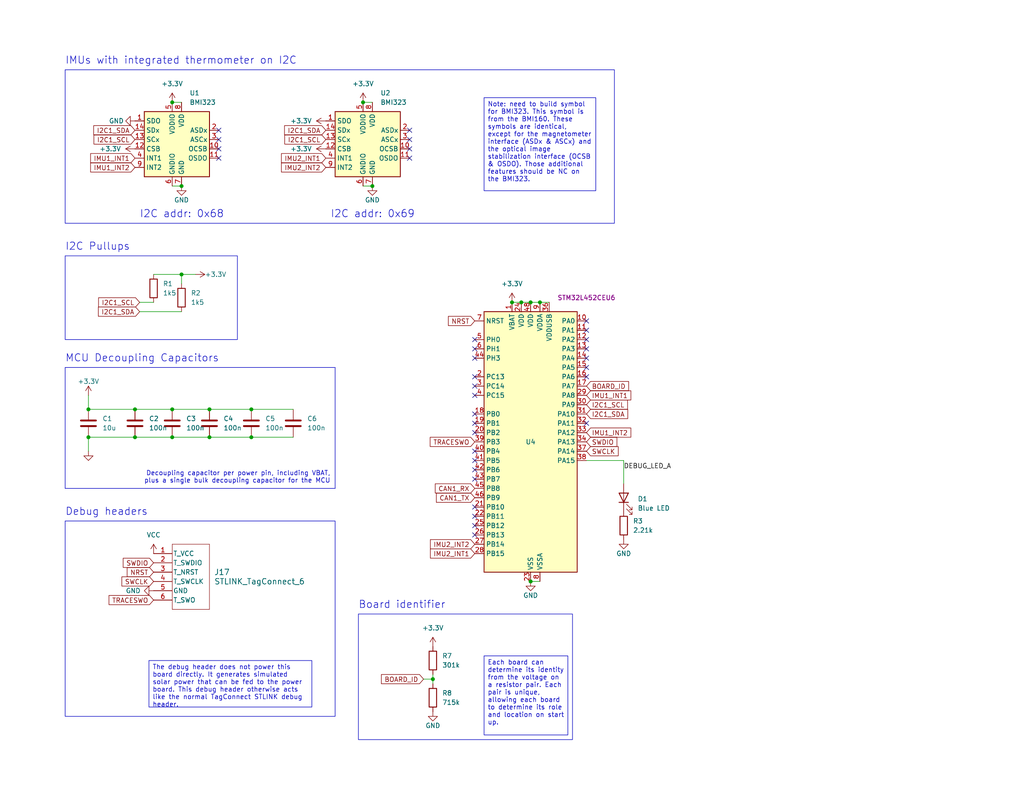
<source format=kicad_sch>
(kicad_sch (version 20230121) (generator eeschema)
  (paper "USLetter")
  (lib_symbols
    (symbol "Device:LED" (pin_numbers hide) (pin_names (offset 1.016) hide)
      (property "Reference" "D" (at 0 2.54 0))
      (property "Value" "LED" (at 0 -2.54 0))
      (symbol "LED_0_1"
        (polyline (pts (xy -1.27 -1.27) (xy -1.27 1.27)) (stroke (width 0.254)))
        (polyline (pts (xy -1.27 0) (xy 1.27 0)))
        (polyline (pts (xy 1.27 -1.27) (xy 1.27 1.27) (xy -1.27 0) (xy 1.27 -1.27)) (stroke (width 0.254)))
        (polyline (pts (xy -3.048 -0.762) (xy -4.572 -2.286) (xy -3.81 -2.286) (xy -4.572 -2.286) (xy -4.572 -1.524)))
        (polyline (pts (xy -1.778 -0.762) (xy -3.302 -2.286) (xy -2.54 -2.286) (xy -3.302 -2.286) (xy -3.302 -1.524)))
      )
      (symbol "LED_1_1"
        (pin passive line (at -3.81 0 0) (length 2.54) (name "K") (number "1"))
        (pin passive line (at 3.81 0 180) (length 2.54) (name "A") (number "2"))
      )
    )
    (symbol "Device:R" (pin_numbers hide) (pin_names (offset 0))
      (property "Reference" "R" (at 2.032 0 90))
      (property "Value" "R" (at 0 0 90))
      (symbol "R_0_1"
        (rectangle (start -1.016 -2.54) (end 1.016 2.54) (stroke (width 0.254)))
      )
      (symbol "R_1_1"
        (pin passive line (at 0 3.81 270) (length 1.27) (name "~") (number "1"))
        (pin passive line (at 0 -3.81 90) (length 1.27) (name "~") (number "2"))
      )
    )
    (symbol "MCU_ST_STM32L4:STM32L452CEUx"
      (property "Reference" "U" (at -12.7 36.83 0))
      (property "Value" "STM32L452CEUx" (at 7.62 36.83 0))
      (symbol "STM32L452CEUx_0_1"
        (rectangle (start -12.7 -35.56) (end 12.7 35.56) (stroke (width 0.254)) (fill (type background)))
      )
      (symbol "STM32L452CEUx_1_1"
        (pin power_in line (at -5.08 38.1 270) (length 2.54) (name "VBAT") (number "1"))
        (pin bidirectional line (at 15.24 33.02 180) (length 2.54) (name "PA0") (number "10"))
        (pin bidirectional line (at 15.24 30.48 180) (length 2.54) (name "PA1") (number "11"))
        (pin bidirectional line (at 15.24 27.94 180) (length 2.54) (name "PA2") (number "12"))
        (pin bidirectional line (at 15.24 25.4 180) (length 2.54) (name "PA3") (number "13"))
        (pin bidirectional line (at 15.24 22.86 180) (length 2.54) (name "PA4") (number "14"))
        (pin bidirectional line (at 15.24 20.32 180) (length 2.54) (name "PA5") (number "15"))
        (pin bidirectional line (at 15.24 17.78 180) (length 2.54) (name "PA6") (number "16"))
        (pin bidirectional line (at 15.24 15.24 180) (length 2.54) (name "PA7") (number "17"))
        (pin bidirectional line (at -15.24 7.62 0) (length 2.54) (name "PB0") (number "18"))
        (pin bidirectional line (at -15.24 5.08 0) (length 2.54) (name "PB1") (number "19"))
        (pin bidirectional line (at -15.24 17.78 0) (length 2.54) (name "PC13") (number "2"))
        (pin bidirectional line (at -15.24 2.54 0) (length 2.54) (name "PB2") (number "20"))
        (pin bidirectional line (at -15.24 -17.78 0) (length 2.54) (name "PB10") (number "21"))
        (pin bidirectional line (at -15.24 -20.32 0) (length 2.54) (name "PB11") (number "22"))
        (pin power_in line (at 0 -38.1 90) (length 2.54) (name "VSS") (number "23"))
        (pin power_in line (at -2.54 38.1 270) (length 2.54) (name "VDD") (number "24"))
        (pin bidirectional line (at -15.24 -22.86 0) (length 2.54) (name "PB12") (number "25"))
        (pin bidirectional line (at -15.24 -25.4 0) (length 2.54) (name "PB13") (number "26"))
        (pin bidirectional line (at -15.24 -27.94 0) (length 2.54) (name "PB14") (number "27"))
        (pin bidirectional line (at -15.24 -30.48 0) (length 2.54) (name "PB15") (number "28"))
        (pin bidirectional line (at 15.24 12.7 180) (length 2.54) (name "PA8") (number "29"))
        (pin bidirectional line (at -15.24 15.24 0) (length 2.54) (name "PC14") (number "3"))
        (pin bidirectional line (at 15.24 10.16 180) (length 2.54) (name "PA9") (number "30"))
        (pin bidirectional line (at 15.24 7.62 180) (length 2.54) (name "PA10") (number "31"))
        (pin bidirectional line (at 15.24 5.08 180) (length 2.54) (name "PA11") (number "32"))
        (pin bidirectional line (at 15.24 2.54 180) (length 2.54) (name "PA12") (number "33"))
        (pin bidirectional line (at 15.24 0 180) (length 2.54) (name "PA13") (number "34"))
        (pin passive line (at 0 -38.1 90) (length 2.54) hide (name "VSS") (number "35"))
        (pin power_in line (at 5.08 38.1 270) (length 2.54) (name "VDDUSB") (number "36"))
        (pin bidirectional line (at 15.24 -2.54 180) (length 2.54) (name "PA14") (number "37"))
        (pin bidirectional line (at 15.24 -5.08 180) (length 2.54) (name "PA15") (number "38"))
        (pin bidirectional line (at -15.24 0 0) (length 2.54) (name "PB3") (number "39"))
        (pin bidirectional line (at -15.24 12.7 0) (length 2.54) (name "PC15") (number "4"))
        (pin bidirectional line (at -15.24 -2.54 0) (length 2.54) (name "PB4") (number "40"))
        (pin bidirectional line (at -15.24 -5.08 0) (length 2.54) (name "PB5") (number "41"))
        (pin bidirectional line (at -15.24 -7.62 0) (length 2.54) (name "PB6") (number "42"))
        (pin bidirectional line (at -15.24 -10.16 0) (length 2.54) (name "PB7") (number "43"))
        (pin bidirectional line (at -15.24 22.86 0) (length 2.54) (name "PH3") (number "44"))
        (pin bidirectional line (at -15.24 -12.7 0) (length 2.54) (name "PB8") (number "45"))
        (pin bidirectional line (at -15.24 -15.24 0) (length 2.54) (name "PB9") (number "46"))
        (pin passive line (at 0 -38.1 90) (length 2.54) hide (name "VSS") (number "47"))
        (pin power_in line (at 0 38.1 270) (length 2.54) (name "VDD") (number "48"))
        (pin passive line (at 0 -38.1 90) (length 2.54) hide (name "VSS") (number "49"))
        (pin bidirectional line (at -15.24 27.94 0) (length 2.54) (name "PH0") (number "5"))
        (pin bidirectional line (at -15.24 25.4 0) (length 2.54) (name "PH1") (number "6"))
        (pin input line (at -15.24 33.02 0) (length 2.54) (name "NRST") (number "7"))
        (pin power_in line (at 2.54 -38.1 90) (length 2.54) (name "VSSA") (number "8"))
        (pin power_in line (at 2.54 38.1 270) (length 2.54) (name "VDDA") (number "9"))
      )
    )
    (symbol "Sensor_Motion:BMI160"
      (property "Reference" "U" (at -10.16 8.89 0))
      (property "Value" "BMI160" (at 7.62 8.89 0))
      (symbol "BMI160_1_1"
        (rectangle (start -10.16 7.62) (end 7.62 -10.16) (stroke (width 0.254)) (fill (type background)))
        (pin bidirectional line (at -12.7 5.08 0) (length 2.54) (name "SDO") (number "1"))
        (pin bidirectional line (at 10.16 -2.54 180) (length 2.54) (name "OCSB") (number "10"))
        (pin bidirectional line (at 10.16 -5.08 180) (length 2.54) (name "OSDO") (number "11"))
        (pin input line (at -12.7 -2.54 0) (length 2.54) (name "CSB") (number "12"))
        (pin input line (at -12.7 0 0) (length 2.54) (name "SCx") (number "13"))
        (pin bidirectional line (at -12.7 2.54 0) (length 2.54) (name "SDx") (number "14"))
        (pin bidirectional line (at 10.16 2.54 180) (length 2.54) (name "ASDx") (number "2"))
        (pin output line (at 10.16 0 180) (length 2.54) (name "ASCx") (number "3"))
        (pin bidirectional line (at -12.7 -5.08 0) (length 2.54) (name "INT1") (number "4"))
        (pin power_in line (at -2.54 10.16 270) (length 2.54) (name "VDDIO") (number "5"))
        (pin power_in line (at -2.54 -12.7 90) (length 2.54) (name "GNDIO") (number "6"))
        (pin power_in line (at 0 -12.7 90) (length 2.54) (name "GND") (number "7"))
        (pin power_in line (at 0 10.16 270) (length 2.54) (name "VDD") (number "8"))
        (pin bidirectional line (at -12.7 -7.62 0) (length 2.54) (name "INT2") (number "9"))
      )
    )
    (symbol "TVSC:Large_Decoupling_Capacitor" (pin_numbers hide) (pin_names (offset 0.254))
      (property "Reference" "C" (at 0.635 2.54 0))
      (property "Value" "10u" (at 0.635 -2.54 0))
      (symbol "Large_Decoupling_Capacitor_0_1"
        (polyline (pts (xy -2.032 -0.762) (xy 2.032 -0.762)) (stroke (width 0.508)))
        (polyline (pts (xy -2.032 0.762) (xy 2.032 0.762)) (stroke (width 0.508)))
      )
      (symbol "Large_Decoupling_Capacitor_1_1"
        (pin passive line (at 0 3.81 270) (length 2.794) (name "~") (number "1"))
        (pin passive line (at 0 -3.81 90) (length 2.794) (name "~") (number "2"))
      )
    )
    (symbol "TVSC:STLINK_TagConnect_6" (pin_names (offset 0.254)) (in_bom no)
      (property "Reference" "J" (at 0 6.35 0))
      (property "Value" "STLINK_TagConnect_6" (at 0 -15.24 0))
      (symbol "STLINK_TagConnect_6_1_1"
        (polyline (pts (xy -5.08 -12.7) (xy 5.08 -12.7)) (stroke (width 0.127)))
        (polyline (pts (xy -5.08 5.08) (xy -5.08 -12.7)) (stroke (width 0.127)))
        (polyline (pts (xy 5.08 -12.7) (xy 5.08 5.08)) (stroke (width 0.127)))
        (polyline (pts (xy 5.08 5.08) (xy -5.08 5.08)) (stroke (width 0.127)))
        (pin power_out line (at -10.16 2.54 0) (length 5.08) (name "T_VCC") (number "1"))
        (pin bidirectional line (at -10.16 0 0) (length 5.08) (name "T_SWDIO") (number "2"))
        (pin output line (at -10.16 -2.54 0) (length 5.08) (name "T_NRST") (number "3"))
        (pin input line (at -10.16 -5.08 0) (length 5.08) (name "T_SWCLK") (number "4"))
        (pin power_out line (at -10.16 -7.62 0) (length 5.08) (name "GND") (number "5"))
        (pin output line (at -10.16 -10.16 0) (length 5.08) (name "T_SWO") (number "6"))
      )
      (symbol "STLINK_TagConnect_6_1_2"
        (polyline (pts (xy 5.08 -20.32) (xy 12.7 -20.32)) (stroke (width 0.127)))
        (polyline (pts (xy 5.08 2.54) (xy 5.08 -20.32)) (stroke (width 0.127)))
        (polyline (pts (xy 7.62 -17.78) (xy 5.08 -17.78)) (stroke (width 0.127)))
        (polyline (pts (xy 7.62 -17.78) (xy 8.89 -18.6267)) (stroke (width 0.127)))
        (polyline (pts (xy 7.62 -17.78) (xy 8.89 -16.9333)) (stroke (width 0.127)))
        (polyline (pts (xy 7.62 -15.24) (xy 5.08 -15.24)) (stroke (width 0.127)))
        (polyline (pts (xy 7.62 -15.24) (xy 8.89 -16.0867)) (stroke (width 0.127)))
        (polyline (pts (xy 7.62 -15.24) (xy 8.89 -14.3933)) (stroke (width 0.127)))
        (polyline (pts (xy 7.62 -12.7) (xy 5.08 -12.7)) (stroke (width 0.127)))
        (polyline (pts (xy 7.62 -12.7) (xy 8.89 -13.5467)) (stroke (width 0.127)))
        (polyline (pts (xy 7.62 -12.7) (xy 8.89 -11.8533)) (stroke (width 0.127)))
        (polyline (pts (xy 7.62 -10.16) (xy 5.08 -10.16)) (stroke (width 0.127)))
        (polyline (pts (xy 7.62 -10.16) (xy 8.89 -11.0067)) (stroke (width 0.127)))
        (polyline (pts (xy 7.62 -10.16) (xy 8.89 -9.3133)) (stroke (width 0.127)))
        (polyline (pts (xy 7.62 -7.62) (xy 5.08 -7.62)) (stroke (width 0.127)))
        (polyline (pts (xy 7.62 -7.62) (xy 8.89 -8.4667)) (stroke (width 0.127)))
        (polyline (pts (xy 7.62 -7.62) (xy 8.89 -6.7733)) (stroke (width 0.127)))
        (polyline (pts (xy 7.62 -5.08) (xy 5.08 -5.08)) (stroke (width 0.127)))
        (polyline (pts (xy 7.62 -5.08) (xy 8.89 -5.9267)) (stroke (width 0.127)))
        (polyline (pts (xy 7.62 -5.08) (xy 8.89 -4.2333)) (stroke (width 0.127)))
        (polyline (pts (xy 7.62 -2.54) (xy 5.08 -2.54)) (stroke (width 0.127)))
        (polyline (pts (xy 7.62 -2.54) (xy 8.89 -3.3867)) (stroke (width 0.127)))
        (polyline (pts (xy 7.62 -2.54) (xy 8.89 -1.6933)) (stroke (width 0.127)))
        (polyline (pts (xy 7.62 0) (xy 5.08 0)) (stroke (width 0.127)))
        (polyline (pts (xy 7.62 0) (xy 8.89 -0.8467)) (stroke (width 0.127)))
        (polyline (pts (xy 7.62 0) (xy 8.89 0.8467)) (stroke (width 0.127)))
        (polyline (pts (xy 12.7 -20.32) (xy 12.7 2.54)) (stroke (width 0.127)))
        (polyline (pts (xy 12.7 2.54) (xy 5.08 2.54)) (stroke (width 0.127)))
        (pin unspecified line (at 0 0 0) (length 5.08) (name "1") (number "1"))
        (pin unspecified line (at 0 -2.54 0) (length 5.08) (name "2") (number "2"))
        (pin unspecified line (at 0 -5.08 0) (length 5.08) (name "3") (number "3"))
        (pin unspecified line (at 0 -7.62 0) (length 5.08) (name "4") (number "4"))
        (pin unspecified line (at 0 -10.16 0) (length 5.08) (name "5") (number "5"))
        (pin unspecified line (at 0 -12.7 0) (length 5.08) (name "6") (number "6"))
        (pin unspecified line (at 0 -15.24 0) (length 5.08) (name "7") (number "7"))
        (pin unspecified line (at 0 -17.78 0) (length 5.08) (name "8") (number "8"))
      )
    )
    (symbol "TVSC:Small_Decoupling_Capacitor" (pin_numbers hide) (pin_names (offset 0.254))
      (property "Reference" "C" (at 0.635 2.54 0))
      (property "Value" "100n" (at 0.635 -2.54 0))
      (symbol "Small_Decoupling_Capacitor_0_1"
        (polyline (pts (xy -2.032 -0.762) (xy 2.032 -0.762)) (stroke (width 0.508)))
        (polyline (pts (xy -2.032 0.762) (xy 2.032 0.762)) (stroke (width 0.508)))
      )
      (symbol "Small_Decoupling_Capacitor_1_1"
        (pin passive line (at 0 3.81 270) (length 2.794) (name "~") (number "1"))
        (pin passive line (at 0 -3.81 90) (length 2.794) (name "~") (number "2"))
      )
    )
    (symbol "power:+3.3V" (power) (pin_names (offset 0))
      (property "Value" "+3.3V" (at 0 3.556 0))
      (symbol "+3.3V_0_1"
        (polyline (pts (xy -0.762 1.27) (xy 0 2.54)))
        (polyline (pts (xy 0 0) (xy 0 2.54)))
        (polyline (pts (xy 0 2.54) (xy 0.762 1.27)))
      )
      (symbol "+3.3V_1_1"
        (pin power_in line (at 0 0 90) (length 0) hide (name "+3.3V") (number "1"))
      )
    )
    (symbol "power:GND" (power) (pin_names (offset 0))
      (property "Value" "GND" (at 0 -3.81 0))
      (symbol "GND_0_1"
        (polyline (pts (xy 0 0) (xy 0 -1.27) (xy 1.27 -1.27) (xy 0 -2.54) (xy -1.27 -1.27) (xy 0 -1.27)))
      )
      (symbol "GND_1_1"
        (pin power_in line (at 0 0 270) (length 0) hide (name "GND") (number "1"))
      )
    )
    (symbol "power:VCC" (power) (pin_names (offset 0))
      (property "Value" "VCC" (at 0 3.81 0))
      (symbol "VCC_0_1"
        (polyline (pts (xy -0.762 1.27) (xy 0 2.54)))
        (polyline (pts (xy 0 0) (xy 0 2.54)))
        (polyline (pts (xy 0 2.54) (xy 0.762 1.27)))
      )
      (symbol "VCC_1_1"
        (pin power_in line (at 0 0 90) (length 0) hide (name "VCC") (number "1"))
      )
    )
  )
  (junction (at 24.13 111.76))
  (junction (at 99.06 27.94))
  (junction (at 46.99 111.76))
  (junction (at 57.15 111.76))
  (junction (at 101.6 50.8))
  (junction (at 144.78 82.55))
  (junction (at 46.99 119.38))
  (junction (at 68.58 111.76))
  (junction (at 46.99 27.94))
  (junction (at 147.32 82.55))
  (junction (at 36.83 119.38))
  (junction (at 57.15 119.38))
  (junction (at 24.13 119.38))
  (junction (at 68.58 119.38))
  (junction (at 144.78 158.75))
  (junction (at 139.7 82.55))
  (junction (at 49.53 74.93))
  (junction (at 142.24 82.55))
  (junction (at 118.11 185.42))
  (junction (at 49.53 50.8))
  (junction (at 36.83 111.76))
  (no_connect (at 160.02 97.79))
  (no_connect (at 160.02 102.87))
  (no_connect (at 129.54 102.87))
  (no_connect (at 129.54 97.79))
  (no_connect (at 111.76 43.18))
  (no_connect (at 160.02 90.17))
  (no_connect (at 129.54 125.73))
  (no_connect (at 129.54 105.41))
  (no_connect (at 129.54 123.19))
  (no_connect (at 59.69 43.18))
  (no_connect (at 129.54 118.11))
  (no_connect (at 111.76 38.1))
  (no_connect (at 129.54 143.51))
  (no_connect (at 59.69 40.64))
  (no_connect (at 59.69 35.56))
  (no_connect (at 129.54 113.03))
  (no_connect (at 129.54 107.95))
  (no_connect (at 129.54 95.25))
  (no_connect (at 111.76 40.64))
  (no_connect (at 160.02 100.33))
  (no_connect (at 129.54 115.57))
  (no_connect (at 59.69 38.1))
  (no_connect (at 129.54 146.05))
  (no_connect (at 111.76 35.56))
  (no_connect (at 160.02 87.63))
  (no_connect (at 160.02 92.71))
  (no_connect (at 160.02 115.57))
  (no_connect (at 129.54 92.71))
  (no_connect (at 160.02 95.25))
  (no_connect (at 129.54 130.81))
  (no_connect (at 129.54 128.27))
  (no_connect (at 129.54 138.43))
  (no_connect (at 129.54 140.97))
  (wire (pts (xy 170.18 125.73) (xy 160.02 125.73)))
  (polyline (pts (xy 91.44 100.33) (xy 91.44 133.35)))
  (wire (pts (xy 115.57 185.42) (xy 118.11 185.42)))
  (wire (pts (xy 57.15 119.38) (xy 68.58 119.38)))
  (wire (pts (xy 57.15 111.76) (xy 68.58 111.76)))
  (wire (pts (xy 142.24 82.55) (xy 144.78 82.55)))
  (wire (pts (xy 38.1 82.55) (xy 41.91 82.55)))
  (wire (pts (xy 46.99 27.94) (xy 49.53 27.94)))
  (wire (pts (xy 147.32 82.55) (xy 149.86 82.55)))
  (wire (pts (xy 36.83 119.38) (xy 46.99 119.38)))
  (wire (pts (xy 170.18 132.08) (xy 170.18 125.73)))
  (polyline (pts (xy 17.78 100.33) (xy 17.78 133.35)))
  (wire (pts (xy 99.06 27.94) (xy 101.6 27.94)))
  (wire (pts (xy 24.13 119.38) (xy 24.13 123.19)))
  (wire (pts (xy 118.11 184.15) (xy 118.11 185.42)))
  (wire (pts (xy 38.1 85.09) (xy 49.53 85.09)))
  (wire (pts (xy 24.13 111.76) (xy 36.83 111.76)))
  (wire (pts (xy 46.99 50.8) (xy 49.53 50.8)))
  (wire (pts (xy 99.06 50.8) (xy 101.6 50.8)))
  (polyline (pts (xy 17.78 100.33) (xy 91.44 100.33)))
  (wire (pts (xy 68.58 111.76) (xy 80.01 111.76)))
  (polyline (pts (xy 91.44 133.35) (xy 17.78 133.35)))
  (wire (pts (xy 41.91 74.93) (xy 49.53 74.93)))
  (wire (pts (xy 49.53 74.93) (xy 49.53 77.47)))
  (wire (pts (xy 144.78 158.75) (xy 147.32 158.75)))
  (wire (pts (xy 36.83 111.76) (xy 46.99 111.76)))
  (wire (pts (xy 24.13 107.95) (xy 24.13 111.76)))
  (wire (pts (xy 118.11 185.42) (xy 118.11 186.69)))
  (wire (pts (xy 139.7 82.55) (xy 142.24 82.55)))
  (wire (pts (xy 49.53 74.93) (xy 53.34 74.93)))
  (wire (pts (xy 24.13 119.38) (xy 36.83 119.38)))
  (wire (pts (xy 68.58 119.38) (xy 80.01 119.38)))
  (wire (pts (xy 46.99 111.76) (xy 57.15 111.76)))
  (wire (pts (xy 46.99 119.38) (xy 57.15 119.38)))
  (wire (pts (xy 144.78 82.55) (xy 147.32 82.55)))
  (rectangle (start 17.78 142.24) (end 91.44 195.58))
  (rectangle (start 17.78 19.05) (end 167.64 60.96))
  (rectangle (start 17.78 69.85) (end 64.77 92.71))
  (rectangle (start 97.79 167.64) (end 156.21 201.93))
  (text_box "The debug header does not power this board directly. It generates simulated solar power that can be fed to the power board. This debug header otherwise acts like the normal TagConnect STLINK debug header." (at 40.64 180.34 0) (size 44.45 12.7) (effects (font (size 1.27 1.27)) (justify left top)))
  (text_box "Each board can determine its identity from the voltage on a resistor pair. Each pair is unique, allowing each board to determine its role and location on start up." (at 132.08 179.07 0) (size 22.86 21.59) (effects (font (size 1.27 1.27)) (justify left top)))
  (text_box "Note: need to build symbol for BMI323. This symbol is from the BMI160. These symbols are identical, except for the magnetometer interface (ASDx & ASCx) and the optical image stabilization interface (OCSB & OSDO). Those additional features should be NC on the BMI323." (at 132.08 26.67 0) (size 30.48 25.4) (effects (font (size 1.27 1.27)) (justify left top)))
  (text "IMUs with integrated thermometer on I2C" (at 17.78 17.78 0) (effects (font (size 2 2)) (justify left bottom)))
  (text "Debug headers" (at 17.78 140.97 0) (effects (font (size 2 2)) (justify left bottom)))
  (text "MCU Decoupling Capacitors" (at 17.78 99.06 0) (effects (font (size 2 2)) (justify left bottom)))
  (text "Decoupling capacitor per power pin, including VBAT,\nplus a single bulk decoupling capacitor for the MCU" (at 90.17 132.08 0) (effects (font (size 1.25 1.25)) (justify right bottom)))
  (text "I2C addr: 0x68" (at 38.1 59.69 0) (effects (font (size 2 2)) (justify left bottom)))
  (text "Board identifier" (at 97.79 166.37 0) (effects (font (size 2 2)) (justify left bottom)))
  (text "I2C Pullups" (at 17.78 68.58 0) (effects (font (size 2 2)) (justify left bottom)))
  (text "I2C addr: 0x69" (at 90.17 59.69 0) (effects (font (size 2 2)) (justify left bottom)))
  (label "DEBUG_LED_A" (at 170.18 128.27 0))
  (global_label "SWCLK" (shape input) (at 41.91 158.75 180) (property "Intersheetrefs" "${INTERSHEET_REFS}" (effects hide)))
  (global_label "SWCLK" (shape input) (at 160.02 123.19 0) (property "Intersheetrefs" "${INTERSHEET_REFS}" (effects hide)))
  (global_label "BOARD_ID" (shape input) (at 160.02 105.41 0) (property "Intersheetrefs" "${INTERSHEET_REFS}" (effects hide)))
  (global_label "IMU1_INT1" (shape input) (at 160.02 107.95 0) (property "Intersheetrefs" "${INTERSHEET_REFS}" (effects hide)))
  (global_label "IMU1_INT2" (shape input) (at 36.83 45.72 180) (property "Intersheetrefs" "${INTERSHEET_REFS}" (effects hide)))
  (global_label "CAN1_TX" (shape input) (at 129.54 135.89 180) (property "Intersheetrefs" "${INTERSHEET_REFS}" (effects hide)))
  (global_label "I2C1_SDA" (shape input) (at 160.02 113.03 0) (property "Intersheetrefs" "${INTERSHEET_REFS}" (effects hide)))
  (global_label "I2C1_SDA" (shape input) (at 88.9 35.56 180) (property "Intersheetrefs" "${INTERSHEET_REFS}" (effects hide)))
  (global_label "I2C1_SCL" (shape input) (at 160.02 110.49 0) (property "Intersheetrefs" "${INTERSHEET_REFS}" (effects hide)))
  (global_label "SWDIO" (shape input) (at 41.91 153.67 180) (property "Intersheetrefs" "${INTERSHEET_REFS}" (effects hide)))
  (global_label "NRST" (shape input) (at 41.91 156.21 180) (property "Intersheetrefs" "${INTERSHEET_REFS}" (effects hide)))
  (global_label "IMU2_INT2" (shape input) (at 129.54 148.59 180) (property "Intersheetrefs" "${INTERSHEET_REFS}" (effects hide)))
  (global_label "IMU2_INT1" (shape input) (at 129.54 151.13 180) (property "Intersheetrefs" "${INTERSHEET_REFS}" (effects hide)))
  (global_label "TRACESWO" (shape input) (at 41.91 163.83 180) (property "Intersheetrefs" "${INTERSHEET_REFS}" (effects hide)))
  (global_label "I2C1_SDA" (shape input) (at 36.83 35.56 180) (property "Intersheetrefs" "${INTERSHEET_REFS}" (effects hide)))
  (global_label "I2C1_SCL" (shape input) (at 36.83 38.1 180) (property "Intersheetrefs" "${INTERSHEET_REFS}" (effects hide)))
  (global_label "IMU1_INT1" (shape input) (at 36.83 43.18 180) (property "Intersheetrefs" "${INTERSHEET_REFS}" (effects hide)))
  (global_label "BOARD_ID" (shape input) (at 115.57 185.42 180) (property "Intersheetrefs" "${INTERSHEET_REFS}" (effects hide)))
  (global_label "SWDIO" (shape input) (at 160.02 120.65 0) (property "Intersheetrefs" "${INTERSHEET_REFS}" (effects hide)))
  (global_label "IMU1_INT2" (shape input) (at 160.02 118.11 0) (property "Intersheetrefs" "${INTERSHEET_REFS}" (effects hide)))
  (global_label "IMU2_INT1" (shape input) (at 88.9 43.18 180) (property "Intersheetrefs" "${INTERSHEET_REFS}" (effects hide)))
  (global_label "I2C1_SDA" (shape input) (at 38.1 85.09 180) (property "Intersheetrefs" "${INTERSHEET_REFS}" (effects hide)))
  (global_label "I2C1_SCL" (shape input) (at 38.1 82.55 180) (property "Intersheetrefs" "${INTERSHEET_REFS}" (effects hide)))
  (global_label "NRST" (shape input) (at 129.54 87.63 180) (property "Intersheetrefs" "${INTERSHEET_REFS}" (effects hide)))
  (global_label "CAN1_RX" (shape input) (at 129.54 133.35 180) (property "Intersheetrefs" "${INTERSHEET_REFS}" (effects hide)))
  (global_label "IMU2_INT2" (shape input) (at 88.9 45.72 180) (property "Intersheetrefs" "${INTERSHEET_REFS}" (effects hide)))
  (global_label "I2C1_SCL" (shape input) (at 88.9 38.1 180) (property "Intersheetrefs" "${INTERSHEET_REFS}" (effects hide)))
  (global_label "TRACESWO" (shape input) (at 129.54 120.65 180) (property "Intersheetrefs" "${INTERSHEET_REFS}" (effects hide)))
  (symbol (lib_id "TVSC:STLINK_TagConnect_6") (at 52.07 153.67 0) (unit 1) (in_bom no)
    (property "Reference" "J17" (at 58.42 156.21 0) (effects (font (size 1.524 1.524)) (justify left)))
    (property "Value" "STLINK_TagConnect_6" (at 58.42 158.75 0) (effects (font (size 1.524 1.524)) (justify left)))
    (property "Footprint" "Connector:Tag-Connect_TC2030-IDC-NL_2x03_P1.27mm_Vertical" (effects hide))
    (property "Datasheet" "https://www.tag-connect.com/wp-content/uploads/bsk-pdf-manager/TC2030-CTX_1.pdf" (effects hide))
  )
  (symbol (lib_id "TVSC:Small_Decoupling_Capacitor") (at 80.01 115.57 0) (unit 1)
    (property "Reference" "C6" (at 83.82 114.3 0) (effects (justify left)))
    (property "Value" "100n" (at 83.82 116.84 0) (effects (justify left)))
    (property "Footprint" "footprints:Nondescript_C_0402_1005Metric" (effects hide))
    (property "Datasheet" "https://www.murata.com/en-us/products/productdetail?partno=GCM155R71H104KE02%23" (effects hide))
    (property "MPN" "C2649549" (effects hide))
    (property "Manufacturer" "Murata Electronics" (effects hide))
    (property "Manufacturer Part Number" "GCM155R71H104KE02J" (effects hide))
    (property "Active" "Y" (effects hide))
  )
  (symbol (lib_id "power:GND") (at 170.18 147.32 0) (unit 1)
    (property "Reference" "#PWR019" (effects hide))
    (property "Value" "GND" (at 170.18 151.13 0))
  )
  (symbol (lib_id "TVSC:Large_Decoupling_Capacitor") (at 24.13 115.57 0) (unit 1)
    (property "Reference" "C1" (at 27.94 114.3 0) (effects (justify left)))
    (property "Value" "10u" (at 27.94 116.84 0) (effects (justify left)))
    (property "Footprint" "Capacitor_SMD:C_0603_1608Metric" (effects hide))
    (property "Datasheet" "https://www.murata.com/en-us/products/productdetail?partno=GRM188R61E106KA73%23" (effects hide))
    (property "MPN" "C344022" (effects hide))
    (property "Manufacturer" "Murata Electronics" (effects hide))
    (property "Manufacturer Part Number" "GRM188R61E106KA73D" (effects hide))
    (property "Active" "Y" (effects hide))
  )
  (symbol (lib_id "power:+3.3V") (at 53.34 74.93 270) (mirror x) (unit 1)
    (property "Reference" "#PWR012" (effects hide))
    (property "Value" "+3.3V" (at 55.88 74.93 90) (effects (justify left)))
  )
  (symbol (lib_id "Device:LED") (at 170.18 135.89 90) (unit 1)
    (property "Reference" "D1" (at 173.99 136.2075 90) (effects (justify right)))
    (property "Value" "Blue LED" (at 173.99 138.7475 90) (effects (justify right)))
    (property "Footprint" "LED_SMD:LED_0603_1608Metric" (effects hide))
    (property "MPN" "C72041" (effects hide))
    (property "Manufacturer" "Everlight Elec" (effects hide))
    (property "Manufacturer Part Number" "19-217/BHC-ZL1M2RY/3T" (effects hide))
    (property "Active" "Y" (effects hide))
  )
  (symbol (lib_id "TVSC:Small_Decoupling_Capacitor") (at 68.58 115.57 0) (unit 1)
    (property "Reference" "C5" (at 72.39 114.3 0) (effects (justify left)))
    (property "Value" "100n" (at 72.39 116.84 0) (effects (justify left)))
    (property "Footprint" "footprints:Nondescript_C_0402_1005Metric" (effects hide))
    (property "Datasheet" "https://www.murata.com/en-us/products/productdetail?partno=GCM155R71H104KE02%23" (effects hide))
    (property "MPN" "C2649549" (effects hide))
    (property "Manufacturer" "Murata Electronics" (effects hide))
    (property "Manufacturer Part Number" "GCM155R71H104KE02J" (effects hide))
    (property "Active" "Y" (effects hide))
  )
  (symbol (lib_id "Sensor_Motion:BMI160") (at 101.6 38.1 0) (unit 1)
    (property "Reference" "U2" (at 103.7941 25.4 0) (effects (justify left)))
    (property "Value" "BMI323" (at 103.7941 27.94 0) (effects (justify left)))
    (property "Footprint" "Package_LGA:Bosch_LGA-14_3x2.5mm_P0.5mm" (effects hide))
    (property "Datasheet" "https://www.bosch-sensortec.com/media/boschsensortec/downloads/datasheets/bst-bmi160-ds000.pdf" (effects hide))
    (property "Active" "Y" (effects hide))
    (property "MPN" "C5368700" (effects hide))
    (property "Manufacturer" "Bosch Sensortec" (effects hide))
    (property "Manufacturer Part Number" "BMI323" (effects hide))
  )
  (symbol (lib_id "power:+3.3V") (at 88.9 33.02 90) (unit 1)
    (property "Reference" "#PWR013" (effects hide))
    (property "Value" "+3.3V" (at 85.09 33.02 90) (effects (justify left)))
  )
  (symbol (lib_id "power:+3.3V") (at 99.06 27.94 0) (unit 1)
    (property "Reference" "#PWR015" (effects hide))
    (property "Value" "+3.3V" (at 99.06 22.86 0))
  )
  (symbol (lib_id "power:+3.3V") (at 118.11 176.53 0) (unit 1)
    (property "Reference" "#PWR020" (effects hide))
    (property "Value" "+3.3V" (at 118.11 171.45 0))
  )
  (symbol (lib_id "power:GND") (at 118.11 194.31 0) (unit 1)
    (property "Reference" "#PWR022" (effects hide))
    (property "Value" "GND" (at 118.11 198.12 0))
  )
  (symbol (lib_id "power:+3.3V") (at 24.13 107.95 0) (unit 1)
    (property "Reference" "#PWR04" (effects hide))
    (property "Value" "+3.3V" (at 24.13 104.14 0))
  )
  (symbol (lib_id "Device:R") (at 118.11 190.5 0) (unit 1)
    (property "Reference" "R8" (at 120.65 189.23 0) (effects (justify left)))
    (property "Value" "715k" (at 120.65 191.77 0) (effects (justify left)))
    (property "Footprint" "footprints:Nondescript_R_0402_1005Metric" (effects hide))
    (property "MPN" "C270585" (effects hide))
    (property "Manufacturer" "UNI-ROYAL" (effects hide))
    (property "Manufacturer Part Number" "0402WGF7153TCE" (effects hide))
    (property "Active" "Y" (effects hide))
  )
  (symbol (lib_id "MCU_ST_STM32L4:STM32L452CEUx") (at 144.78 120.65 0) (unit 1)
    (property "Reference" "U4" (at 144.78 120.65 0))
    (property "Value" "STM32L452CEU6" (effects hide))
    (property "Footprint" "Package_DFN_QFN:QFN-48-1EP_7x7mm_P0.5mm_EP5.6x5.6mm" (effects hide))
    (property "Datasheet" "https://www.st.com/resource/en/datasheet/stm32l452ce.pdf" (effects hide))
    (property "Active" "Y" (effects hide))
    (property "MPN" "C222355" (effects hide))
    (property "Manufacturer" "ST Microelectronics" (effects hide))
    (property "Manufacturer Part Number" "STM32L452CEU6" (at 160.02 81.28 0))
  )
  (symbol (lib_id "power:GND") (at 101.6 50.8 0) (unit 1)
    (property "Reference" "#PWR016" (effects hide))
    (property "Value" "GND" (at 101.6 54.61 0))
  )
  (symbol (lib_id "power:VCC") (at 41.91 151.13 0) (unit 1)
    (property "Reference" "#PWR02" (effects hide))
    (property "Value" "VCC" (at 41.91 146.05 0))
  )
  (symbol (lib_id "power:+3.3V") (at 36.83 40.64 90) (unit 1)
    (property "Reference" "#PWR07" (effects hide))
    (property "Value" "+3.3V" (at 33.02 40.64 90) (effects (justify left)))
  )
  (symbol (lib_id "power:GND") (at 24.13 123.19 0) (unit 1)
    (property "Reference" "#PWR05" (effects hide))
    (property "Value" "GND" (effects hide))
  )
  (symbol (lib_id "Device:R") (at 118.11 180.34 0) (unit 1)
    (property "Reference" "R7" (at 120.65 179.07 0) (effects (justify left)))
    (property "Value" "301k" (at 120.65 181.61 0) (effects (justify left)))
    (property "Footprint" "footprints:Nondescript_R_0402_1005Metric" (effects hide))
    (property "MPN" "C25775" (effects hide))
    (property "Manufacturer" "UNI-ROYAL" (effects hide))
    (property "Manufacturer Part Number" "0402WGF3013TCE" (effects hide))
    (property "Active" "Y" (effects hide))
  )
  (symbol (lib_id "Device:R") (at 170.18 143.51 0) (unit 1)
    (property "Reference" "R3" (at 172.72 142.24 0) (effects (justify left)))
    (property "Value" "2.21k" (at 172.72 144.78 0) (effects (justify left)))
    (property "Footprint" "footprints:Nondescript_R_0402_1005Metric" (effects hide))
    (property "Designed Manufacturer" "Vishay-Dale" (effects hide))
    (property "Designed Part Number" "CRCW04022K21FKED" (effects hide))
    (property "MPN" "C305298" (effects hide))
    (property "Manufacturer" "Walsin Tech Corp" (effects hide))
    (property "Manufacturer Part Number" "WR04X2211FTL" (effects hide))
    (property "Active" "Y" (effects hide))
  )
  (symbol (lib_id "TVSC:Small_Decoupling_Capacitor") (at 57.15 115.57 0) (unit 1)
    (property "Reference" "C4" (at 60.96 114.3 0) (effects (justify left)))
    (property "Value" "100n" (at 60.96 116.84 0) (effects (justify left)))
    (property "Footprint" "footprints:Nondescript_C_0402_1005Metric" (effects hide))
    (property "Datasheet" "https://www.murata.com/en-us/products/productdetail?partno=GCM155R71H104KE02%23" (effects hide))
    (property "MPN" "C2649549" (effects hide))
    (property "Manufacturer" "Murata Electronics" (effects hide))
    (property "Manufacturer Part Number" "GCM155R71H104KE02J" (effects hide))
    (property "Active" "Y" (effects hide))
  )
  (symbol (lib_id "power:GND") (at 41.91 161.29 270) (unit 1)
    (property "Reference" "#PWR09" (effects hide))
    (property "Value" "GND" (at 34.29 161.29 90) (effects (justify left)))
  )
  (symbol (lib_id "power:GND") (at 36.83 33.02 270) (unit 1)
    (property "Reference" "#PWR06" (effects hide))
    (property "Value" "GND" (at 31.75 33.02 90))
  )
  (symbol (lib_id "power:GND") (at 49.53 50.8 0) (unit 1)
    (property "Reference" "#PWR011" (effects hide))
    (property "Value" "GND" (at 49.53 54.61 0))
  )
  (symbol (lib_id "Device:R") (at 49.53 81.28 0) (unit 1)
    (property "Reference" "R2" (at 52.07 80.01 0) (effects (justify left)))
    (property "Value" "1k5" (at 52.07 82.55 0) (effects (justify left)))
    (property "Footprint" "Resistor_SMD:R_0402_1005Metric" (effects hide))
    (property "MPN" "C25867" (effects hide))
    (property "Manufacturer" "UNI-ROYAL" (effects hide))
    (property "Manufacturer Part Number" "0402WGF1501TCE" (effects hide))
    (property "Active" "Y" (effects hide))
  )
  (symbol (lib_id "power:+3.3V") (at 88.9 40.64 90) (unit 1)
    (property "Reference" "#PWR014" (effects hide))
    (property "Value" "+3.3V" (at 85.09 40.64 90) (effects (justify left)))
  )
  (symbol (lib_id "TVSC:Small_Decoupling_Capacitor") (at 36.83 115.57 0) (unit 1)
    (property "Reference" "C2" (at 40.64 114.3 0) (effects (justify left)))
    (property "Value" "100n" (at 40.64 116.84 0) (effects (justify left)))
    (property "Footprint" "footprints:Nondescript_C_0402_1005Metric" (effects hide))
    (property "Datasheet" "https://www.murata.com/en-us/products/productdetail?partno=GCM155R71H104KE02%23" (effects hide))
    (property "MPN" "C2649549" (effects hide))
    (property "Manufacturer" "Murata Electronics" (effects hide))
    (property "Manufacturer Part Number" "GCM155R71H104KE02J" (effects hide))
    (property "Active" "Y" (effects hide))
  )
  (symbol (lib_id "TVSC:Small_Decoupling_Capacitor") (at 46.99 115.57 0) (unit 1)
    (property "Reference" "C3" (at 50.8 114.3 0) (effects (justify left)))
    (property "Value" "100n" (at 50.8 116.84 0) (effects (justify left)))
    (property "Footprint" "footprints:Nondescript_C_0402_1005Metric" (effects hide))
    (property "Datasheet" "https://www.murata.com/en-us/products/productdetail?partno=GCM155R71H104KE02%23" (effects hide))
    (property "MPN" "C2649549" (effects hide))
    (property "Manufacturer" "Murata Electronics" (effects hide))
    (property "Manufacturer Part Number" "GCM155R71H104KE02J" (effects hide))
    (property "Active" "Y" (effects hide))
  )
  (symbol (lib_id "power:GND") (at 144.78 158.75 0) (unit 1)
    (property "Reference" "#PWR018" (effects hide))
    (property "Value" "GND" (at 144.78 162.56 0))
  )
  (symbol (lib_id "power:+3.3V") (at 139.7 82.55 0) (unit 1)
    (property "Reference" "#PWR017" (effects hide))
    (property "Value" "+3.3V" (at 139.7 77.47 0))
  )
  (symbol (lib_id "power:+3.3V") (at 46.99 27.94 0) (unit 1)
    (property "Reference" "#PWR010" (effects hide))
    (property "Value" "+3.3V" (at 46.99 22.86 0))
  )
  (symbol (lib_id "Sensor_Motion:BMI160") (at 49.53 38.1 0) (unit 1)
    (property "Reference" "U1" (at 51.7241 25.4 0) (effects (justify left)))
    (property "Value" "BMI323" (at 51.7241 27.94 0) (effects (justify left)))
    (property "Footprint" "Package_LGA:Bosch_LGA-14_3x2.5mm_P0.5mm" (effects hide))
    (property "Datasheet" "https://www.bosch-sensortec.com/media/boschsensortec/downloads/datasheets/bst-bmi160-ds000.pdf" (effects hide))
    (property "Active" "Y" (effects hide))
    (property "MPN" "C5368700" (effects hide))
    (property "Manufacturer" "Bosch Sensortec" (effects hide))
    (property "Manufacturer Part Number" "BMI323" (effects hide))
  )
  (symbol (lib_id "Device:R") (at 41.91 78.74 0) (unit 1)
    (property "Reference" "R1" (at 44.45 77.47 0) (effects (justify left)))
    (property "Value" "1k5" (at 44.45 80.01 0) (effects (justify left)))
    (property "Footprint" "Resistor_SMD:R_0402_1005Metric" (effects hide))
    (property "MPN" "C25867" (effects hide))
    (property "Manufacturer" "UNI-ROYAL" (effects hide))
    (property "Manufacturer Part Number" "0402WGF1501TCE" (effects hide))
    (property "Active" "Y" (effects hide))
  )
)
</source>
